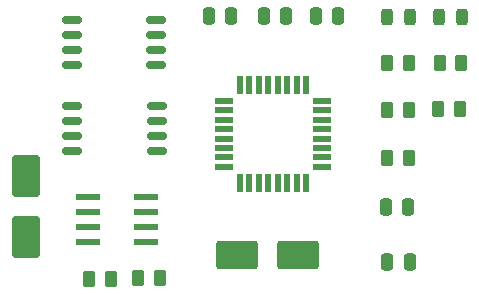
<source format=gbr>
%TF.GenerationSoftware,KiCad,Pcbnew,9.0.4*%
%TF.CreationDate,2025-12-07T20:09:45+03:30*%
%TF.ProjectId,MCU_Datalogger003_4Layer,4d43555f-4461-4746-916c-6f6767657230,2*%
%TF.SameCoordinates,Original*%
%TF.FileFunction,Paste,Top*%
%TF.FilePolarity,Positive*%
%FSLAX46Y46*%
G04 Gerber Fmt 4.6, Leading zero omitted, Abs format (unit mm)*
G04 Created by KiCad (PCBNEW 9.0.4) date 2025-12-07 20:09:45*
%MOMM*%
%LPD*%
G01*
G04 APERTURE LIST*
G04 Aperture macros list*
%AMRoundRect*
0 Rectangle with rounded corners*
0 $1 Rounding radius*
0 $2 $3 $4 $5 $6 $7 $8 $9 X,Y pos of 4 corners*
0 Add a 4 corners polygon primitive as box body*
4,1,4,$2,$3,$4,$5,$6,$7,$8,$9,$2,$3,0*
0 Add four circle primitives for the rounded corners*
1,1,$1+$1,$2,$3*
1,1,$1+$1,$4,$5*
1,1,$1+$1,$6,$7*
1,1,$1+$1,$8,$9*
0 Add four rect primitives between the rounded corners*
20,1,$1+$1,$2,$3,$4,$5,0*
20,1,$1+$1,$4,$5,$6,$7,0*
20,1,$1+$1,$6,$7,$8,$9,0*
20,1,$1+$1,$8,$9,$2,$3,0*%
G04 Aperture macros list end*
%ADD10RoundRect,0.250000X0.250000X0.475000X-0.250000X0.475000X-0.250000X-0.475000X0.250000X-0.475000X0*%
%ADD11RoundRect,0.250000X-0.262500X-0.450000X0.262500X-0.450000X0.262500X0.450000X-0.262500X0.450000X0*%
%ADD12RoundRect,0.243750X-0.243750X-0.456250X0.243750X-0.456250X0.243750X0.456250X-0.243750X0.456250X0*%
%ADD13RoundRect,0.250000X-0.250000X-0.475000X0.250000X-0.475000X0.250000X0.475000X-0.250000X0.475000X0*%
%ADD14RoundRect,0.162500X-0.650000X-0.162500X0.650000X-0.162500X0.650000X0.162500X-0.650000X0.162500X0*%
%ADD15RoundRect,0.250000X0.262500X0.450000X-0.262500X0.450000X-0.262500X-0.450000X0.262500X-0.450000X0*%
%ADD16RoundRect,0.073750X-0.911250X-0.221250X0.911250X-0.221250X0.911250X0.221250X-0.911250X0.221250X0*%
%ADD17RoundRect,0.068750X-0.666250X-0.206250X0.666250X-0.206250X0.666250X0.206250X-0.666250X0.206250X0*%
%ADD18RoundRect,0.068750X-0.206250X-0.666250X0.206250X-0.666250X0.206250X0.666250X-0.206250X0.666250X0*%
%ADD19RoundRect,0.250001X0.949999X-1.499999X0.949999X1.499999X-0.949999X1.499999X-0.949999X-1.499999X0*%
%ADD20RoundRect,0.250001X-1.499999X-0.949999X1.499999X-0.949999X1.499999X0.949999X-1.499999X0.949999X0*%
G04 APERTURE END LIST*
D10*
%TO.C,C4*%
X134228800Y-110439200D03*
X136128800Y-110439200D03*
%TD*%
D11*
%TO.C,R7*%
X134341400Y-98274600D03*
X136166400Y-98274600D03*
%TD*%
D12*
%TO.C,D1*%
X138750000Y-94375000D03*
X140625000Y-94375000D03*
%TD*%
D11*
%TO.C,R6*%
X138673400Y-102198200D03*
X140498400Y-102198200D03*
%TD*%
D13*
%TO.C,C1*%
X119225500Y-94273800D03*
X121125500Y-94273800D03*
%TD*%
D10*
%TO.C,C3*%
X125799100Y-94273800D03*
X123899100Y-94273800D03*
%TD*%
D14*
%TO.C,U3*%
X107613700Y-94615000D03*
X107613700Y-95885000D03*
X107613700Y-97155000D03*
X107613700Y-98425000D03*
X114788700Y-98425000D03*
X114788700Y-97155000D03*
X114788700Y-95885000D03*
X114788700Y-94615000D03*
%TD*%
D15*
%TO.C,R3*%
X136166400Y-102287800D03*
X134341400Y-102287800D03*
%TD*%
%TO.C,R5*%
X140612500Y-98247200D03*
X138787500Y-98247200D03*
%TD*%
%TO.C,R1*%
X110943400Y-116535200D03*
X109118400Y-116535200D03*
%TD*%
D12*
%TO.C,D2*%
X134356400Y-94363000D03*
X136231400Y-94363000D03*
%TD*%
D13*
%TO.C,C2*%
X134323900Y-115089400D03*
X136223900Y-115089400D03*
%TD*%
D16*
%TO.C,U2*%
X108980200Y-109601000D03*
X108980200Y-110871000D03*
X108980200Y-112141000D03*
X108980200Y-113411000D03*
X113930200Y-113411000D03*
X113930200Y-112141000D03*
X113930200Y-110871000D03*
X113930200Y-109601000D03*
%TD*%
D17*
%TO.C,U4*%
X120499200Y-101463000D03*
X120499200Y-102263000D03*
X120499200Y-103063000D03*
X120499200Y-103863000D03*
X120499200Y-104663000D03*
X120499200Y-105463000D03*
X120499200Y-106263000D03*
X120499200Y-107063000D03*
D18*
X121869200Y-108433000D03*
X122669200Y-108433000D03*
X123469200Y-108433000D03*
X124269200Y-108433000D03*
X125069200Y-108433000D03*
X125869200Y-108433000D03*
X126669200Y-108433000D03*
X127469200Y-108433000D03*
D17*
X128839200Y-107063000D03*
X128839200Y-106263000D03*
X128839200Y-105463000D03*
X128839200Y-104663000D03*
X128839200Y-103863000D03*
X128839200Y-103063000D03*
X128839200Y-102263000D03*
X128839200Y-101463000D03*
D18*
X127469200Y-100093000D03*
X126669200Y-100093000D03*
X125869200Y-100093000D03*
X125069200Y-100093000D03*
X124269200Y-100093000D03*
X123469200Y-100093000D03*
X122669200Y-100093000D03*
X121869200Y-100093000D03*
%TD*%
D19*
%TO.C,Y1*%
X103716300Y-113028200D03*
X103716300Y-107828200D03*
%TD*%
D20*
%TO.C,Y2*%
X121606000Y-114554000D03*
X126806000Y-114554000D03*
%TD*%
D11*
%TO.C,R2*%
X113233200Y-116433600D03*
X115058200Y-116433600D03*
%TD*%
D14*
%TO.C,U1*%
X107664500Y-101868400D03*
X107664500Y-103138400D03*
X107664500Y-104408400D03*
X107664500Y-105678400D03*
X114839500Y-105678400D03*
X114839500Y-104408400D03*
X114839500Y-103138400D03*
X114839500Y-101868400D03*
%TD*%
D10*
%TO.C,C5*%
X130167900Y-94273800D03*
X128267900Y-94273800D03*
%TD*%
D15*
%TO.C,R4*%
X136166400Y-106301000D03*
X134341400Y-106301000D03*
%TD*%
M02*

</source>
